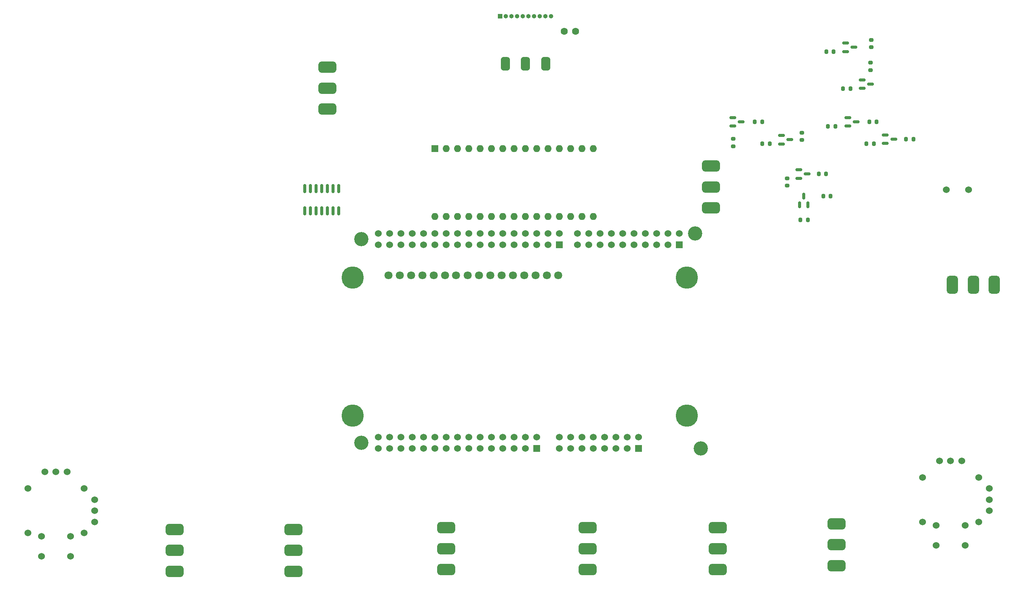
<source format=gbr>
%TF.GenerationSoftware,KiCad,Pcbnew,(7.0.0)*%
%TF.CreationDate,2023-04-25T18:42:43+01:00*%
%TF.ProjectId,controller,636f6e74-726f-46c6-9c65-722e6b696361,V1.2*%
%TF.SameCoordinates,Original*%
%TF.FileFunction,Soldermask,Bot*%
%TF.FilePolarity,Negative*%
%FSLAX46Y46*%
G04 Gerber Fmt 4.6, Leading zero omitted, Abs format (unit mm)*
G04 Created by KiCad (PCBNEW (7.0.0)) date 2023-04-25 18:42:43*
%MOMM*%
%LPD*%
G01*
G04 APERTURE LIST*
G04 Aperture macros list*
%AMRoundRect*
0 Rectangle with rounded corners*
0 $1 Rounding radius*
0 $2 $3 $4 $5 $6 $7 $8 $9 X,Y pos of 4 corners*
0 Add a 4 corners polygon primitive as box body*
4,1,4,$2,$3,$4,$5,$6,$7,$8,$9,$2,$3,0*
0 Add four circle primitives for the rounded corners*
1,1,$1+$1,$2,$3*
1,1,$1+$1,$4,$5*
1,1,$1+$1,$6,$7*
1,1,$1+$1,$8,$9*
0 Add four rect primitives between the rounded corners*
20,1,$1+$1,$2,$3,$4,$5,0*
20,1,$1+$1,$4,$5,$6,$7,0*
20,1,$1+$1,$6,$7,$8,$9,0*
20,1,$1+$1,$8,$9,$2,$3,0*%
G04 Aperture macros list end*
%ADD10C,1.524000*%
%ADD11RoundRect,0.625000X-1.375000X0.625000X-1.375000X-0.625000X1.375000X-0.625000X1.375000X0.625000X0*%
%ADD12RoundRect,0.500000X-0.500000X-1.000000X0.500000X-1.000000X0.500000X1.000000X-0.500000X1.000000X0*%
%ADD13RoundRect,0.625000X-0.625000X-1.375000X0.625000X-1.375000X0.625000X1.375000X-0.625000X1.375000X0*%
%ADD14R,1.000000X1.000000*%
%ADD15O,1.000000X1.000000*%
%ADD16C,5.000000*%
%ADD17C,1.800000*%
%ADD18C,1.600000*%
%ADD19RoundRect,0.200000X0.200000X0.275000X-0.200000X0.275000X-0.200000X-0.275000X0.200000X-0.275000X0*%
%ADD20RoundRect,0.150000X0.150000X-0.825000X0.150000X0.825000X-0.150000X0.825000X-0.150000X-0.825000X0*%
%ADD21RoundRect,0.200000X0.275000X-0.200000X0.275000X0.200000X-0.275000X0.200000X-0.275000X-0.200000X0*%
%ADD22RoundRect,0.150000X-0.587500X-0.150000X0.587500X-0.150000X0.587500X0.150000X-0.587500X0.150000X0*%
%ADD23RoundRect,0.200000X-0.200000X-0.275000X0.200000X-0.275000X0.200000X0.275000X-0.200000X0.275000X0*%
%ADD24C,3.200000*%
%ADD25C,1.530000*%
%ADD26R,1.530000X1.530000*%
%ADD27RoundRect,0.200000X-0.275000X0.200000X-0.275000X-0.200000X0.275000X-0.200000X0.275000X0.200000X0*%
%ADD28R,1.600000X1.600000*%
%ADD29O,1.600000X1.600000*%
%ADD30RoundRect,0.150000X0.150000X-0.587500X0.150000X0.587500X-0.150000X0.587500X-0.150000X-0.587500X0*%
G04 APERTURE END LIST*
D10*
%TO.C,BZ1*%
X242800000Y-59800000D03*
X247800000Y-59800000D03*
%TD*%
%TO.C,U7*%
X237455000Y-124410000D03*
X237455000Y-134410000D03*
X250105000Y-124410000D03*
X250105000Y-134410000D03*
X240530000Y-135160000D03*
X247030000Y-135160000D03*
X240530000Y-139660000D03*
X247030000Y-139660000D03*
X241280000Y-120680000D03*
X243780000Y-120680000D03*
X246280000Y-120680000D03*
X252510000Y-126910000D03*
X252510000Y-129410000D03*
X252510000Y-131910000D03*
%TD*%
D11*
%TO.C,SW2*%
X218220000Y-134830000D03*
X218220000Y-139530000D03*
X218220000Y-144230000D03*
%TD*%
%TO.C,LIGHTS1*%
X191550000Y-135720000D03*
X191550000Y-140420000D03*
X191550000Y-145120000D03*
%TD*%
D12*
%TO.C,PWR_SW1*%
X143870000Y-31580000D03*
X148370000Y-31580000D03*
X152870000Y-31580000D03*
%TD*%
D13*
%TO.C,BUZZER_ON/OFF1*%
X244200000Y-81200000D03*
X248900000Y-81200000D03*
X253600000Y-81200000D03*
%TD*%
D14*
%TO.C,J1*%
X142699999Y-20899999D03*
D15*
X143969999Y-20899999D03*
X145239999Y-20899999D03*
X146509999Y-20899999D03*
X147779999Y-20899999D03*
X149049999Y-20899999D03*
X150319999Y-20899999D03*
X151589999Y-20899999D03*
X152859999Y-20899999D03*
X154129999Y-20899999D03*
%TD*%
D11*
%TO.C,REV_BRAKE1*%
X130590000Y-135720000D03*
X130590000Y-140420000D03*
X130590000Y-145120000D03*
%TD*%
%TO.C,KILL_SWITCH1*%
X190000000Y-54500000D03*
X190000000Y-59200000D03*
X190000000Y-63900000D03*
%TD*%
%TO.C,AS_DEC_SW1*%
X103920000Y-32340000D03*
X103920000Y-37040000D03*
X103920000Y-41740000D03*
%TD*%
D10*
%TO.C,U6*%
X36635000Y-126910000D03*
X36635000Y-136910000D03*
X49285000Y-126910000D03*
X49285000Y-136910000D03*
X39710000Y-137660000D03*
X46210000Y-137660000D03*
X39710000Y-142160000D03*
X46210000Y-142160000D03*
X40460000Y-123180000D03*
X42960000Y-123180000D03*
X45460000Y-123180000D03*
X51690000Y-129410000D03*
X51690000Y-131910000D03*
X51690000Y-134410000D03*
%TD*%
D11*
%TO.C,SW1*%
X69630000Y-136100000D03*
X69630000Y-140800000D03*
X69630000Y-145500000D03*
%TD*%
%TO.C,MOTOR_ENGAGE1*%
X96300000Y-136100000D03*
X96300000Y-140800000D03*
X96300000Y-145500000D03*
%TD*%
%TO.C,MOTOR_MODE1*%
X162340000Y-135720000D03*
X162340000Y-140420000D03*
X162340000Y-145120000D03*
%TD*%
D16*
%TO.C,U8*%
X109600000Y-79580000D03*
X109600000Y-110580000D03*
X184600000Y-79580000D03*
X184600000Y-110580000D03*
D17*
X117600000Y-79080000D03*
X120140000Y-79080000D03*
X122680000Y-79080000D03*
X125220000Y-79080000D03*
X127760000Y-79080000D03*
X130300000Y-79080000D03*
X132740000Y-79080000D03*
X135380000Y-79080000D03*
X137920000Y-79080000D03*
X140460000Y-79080000D03*
X143000000Y-79080000D03*
X145540000Y-79080000D03*
X148080000Y-79080000D03*
X150620000Y-79080000D03*
X153160000Y-79080000D03*
X155700000Y-79080000D03*
%TD*%
D18*
%TO.C,JP19*%
X157030000Y-24300000D03*
X159570000Y-24300000D03*
%TD*%
D19*
%TO.C,R25*%
X226550000Y-49500000D03*
X224900000Y-49500000D03*
%TD*%
%TO.C,R43*%
X221300000Y-37100000D03*
X219650000Y-37100000D03*
%TD*%
D20*
%TO.C,U5*%
X106460000Y-64535000D03*
X105190000Y-64535000D03*
X103920000Y-64535000D03*
X102650000Y-64535000D03*
X101380000Y-64535000D03*
X100110000Y-64535000D03*
X98840000Y-64535000D03*
X98840000Y-59585000D03*
X100110000Y-59585000D03*
X101380000Y-59585000D03*
X102650000Y-59585000D03*
X103920000Y-59585000D03*
X105190000Y-59585000D03*
X106460000Y-59585000D03*
%TD*%
D21*
%TO.C,R39*%
X226000000Y-27850000D03*
X226000000Y-26200000D03*
%TD*%
D22*
%TO.C,Q22*%
X194925000Y-45550000D03*
X194925000Y-43650000D03*
X196800000Y-44600000D03*
%TD*%
D19*
%TO.C,R9*%
X217900000Y-45600000D03*
X216250000Y-45600000D03*
%TD*%
D23*
%TO.C,R32*%
X199850000Y-44600000D03*
X201500000Y-44600000D03*
%TD*%
D19*
%TO.C,R10*%
X203200000Y-49500000D03*
X201550000Y-49500000D03*
%TD*%
D23*
%TO.C,R40*%
X214200000Y-56300000D03*
X215850000Y-56300000D03*
%TD*%
D22*
%TO.C,Q8*%
X229150000Y-49450000D03*
X229150000Y-47550000D03*
X231025000Y-48500000D03*
%TD*%
D24*
%TO.C,U2*%
X187750000Y-117940000D03*
X111550000Y-116670000D03*
X111550000Y-70950000D03*
X186480000Y-69680000D03*
D25*
X168700000Y-115400000D03*
X166160000Y-115400000D03*
X163620000Y-115400000D03*
X161080000Y-115400000D03*
X122980000Y-117940000D03*
X120440000Y-115400000D03*
X171240000Y-117940000D03*
X168700000Y-117940000D03*
X166160000Y-117940000D03*
X172764000Y-72220000D03*
X163620000Y-117940000D03*
X161080000Y-117940000D03*
X158540000Y-117940000D03*
X156000000Y-117940000D03*
X120440000Y-72220000D03*
X125520000Y-117940000D03*
X128060000Y-117940000D03*
X162604000Y-72220000D03*
X117900000Y-72220000D03*
X145840000Y-72220000D03*
X145840000Y-117940000D03*
X148380000Y-117940000D03*
X143300000Y-115400000D03*
X140760000Y-115400000D03*
X145840000Y-115400000D03*
X158540000Y-115400000D03*
X148380000Y-115400000D03*
X156000000Y-115400000D03*
X150920000Y-115400000D03*
X135680000Y-115400000D03*
X125520000Y-72220000D03*
X125520000Y-115400000D03*
X133140000Y-115400000D03*
X138220000Y-115400000D03*
X130600000Y-115400000D03*
X130600000Y-117940000D03*
X122980000Y-115400000D03*
X117900000Y-117940000D03*
X117900000Y-115400000D03*
X120440000Y-117940000D03*
X115360000Y-115400000D03*
X115360000Y-117940000D03*
X175304000Y-69680000D03*
X128060000Y-115400000D03*
X138220000Y-69680000D03*
X171240000Y-115400000D03*
X173780000Y-115400000D03*
X182924000Y-69680000D03*
D26*
X182923999Y-72219999D03*
D25*
X180384000Y-69680000D03*
D26*
X155999999Y-72219999D03*
D25*
X177844000Y-69680000D03*
X122980000Y-72220000D03*
X172764000Y-69680000D03*
X170224000Y-69680000D03*
X133140000Y-117940000D03*
X167684000Y-69680000D03*
X175304000Y-72220000D03*
X140760000Y-72220000D03*
X115360000Y-69680000D03*
X170224000Y-72220000D03*
X130600000Y-69680000D03*
X138220000Y-72220000D03*
X148380000Y-72220000D03*
X117900000Y-69680000D03*
X180384000Y-72220000D03*
X160064000Y-72220000D03*
X167684000Y-72220000D03*
X177844000Y-72220000D03*
X165144000Y-72220000D03*
X153460000Y-72220000D03*
X140760000Y-117940000D03*
D26*
X150919999Y-117939999D03*
D25*
X143300000Y-72220000D03*
X150920000Y-72220000D03*
X135680000Y-69680000D03*
X133140000Y-72220000D03*
X138220000Y-117940000D03*
X130600000Y-72220000D03*
X133140000Y-69680000D03*
X128060000Y-72220000D03*
X165144000Y-69680000D03*
X128060000Y-69680000D03*
X162604000Y-69680000D03*
X125520000Y-69680000D03*
X148380000Y-69680000D03*
X122980000Y-69680000D03*
X153460000Y-69680000D03*
X120440000Y-69680000D03*
X145840000Y-69680000D03*
X150920000Y-69680000D03*
X156000000Y-69680000D03*
X143300000Y-117940000D03*
X160064000Y-69680000D03*
X143300000Y-69680000D03*
X140760000Y-69680000D03*
X115360000Y-72220000D03*
X135680000Y-72220000D03*
X135680000Y-117940000D03*
D26*
X173779999Y-117939999D03*
%TD*%
D27*
%TO.C,R26*%
X195000000Y-48400000D03*
X195000000Y-50050000D03*
%TD*%
D28*
%TO.C,U1*%
X128049999Y-50629999D03*
D29*
X130589999Y-50629999D03*
X133129999Y-50629999D03*
X135669999Y-50629999D03*
X138209999Y-50629999D03*
X140749999Y-50629999D03*
X143289999Y-50629999D03*
X145829999Y-50629999D03*
X148369999Y-50629999D03*
X150909999Y-50629999D03*
X153449999Y-50629999D03*
X155989999Y-50629999D03*
X158529999Y-50629999D03*
X161069999Y-50629999D03*
X163609999Y-50629999D03*
X163609999Y-65869999D03*
X161069999Y-65869999D03*
X158529999Y-65869999D03*
X155989999Y-65869999D03*
X153449999Y-65869999D03*
X150909999Y-65869999D03*
X148369999Y-65869999D03*
X145829999Y-65869999D03*
X143289999Y-65869999D03*
X140749999Y-65869999D03*
X138209999Y-65869999D03*
X135669999Y-65869999D03*
X133129999Y-65869999D03*
X130589999Y-65869999D03*
X128049999Y-65869999D03*
%TD*%
D19*
%TO.C,R35*%
X217525000Y-28800000D03*
X215875000Y-28800000D03*
%TD*%
D22*
%TO.C,Q13*%
X209725000Y-57250000D03*
X209725000Y-55350000D03*
X211600000Y-56300000D03*
%TD*%
D30*
%TO.C,Q14*%
X211750000Y-63175000D03*
X209850000Y-63175000D03*
X210800000Y-61300000D03*
%TD*%
D22*
%TO.C,Q17*%
X220225000Y-28800000D03*
X220225000Y-26900000D03*
X222100000Y-27850000D03*
%TD*%
%TO.C,Q21*%
X223925000Y-37050000D03*
X223925000Y-35150000D03*
X225800000Y-36100000D03*
%TD*%
D21*
%TO.C,R16*%
X210400000Y-48650000D03*
X210400000Y-47000000D03*
%TD*%
D23*
%TO.C,R31*%
X233775000Y-48500000D03*
X235425000Y-48500000D03*
%TD*%
%TO.C,R48*%
X215200000Y-61300000D03*
X216850000Y-61300000D03*
%TD*%
D22*
%TO.C,Q18*%
X205825000Y-49550000D03*
X205825000Y-47650000D03*
X207700000Y-48600000D03*
%TD*%
D21*
%TO.C,R47*%
X225800000Y-32950000D03*
X225800000Y-31300000D03*
%TD*%
D27*
%TO.C,R36*%
X207100000Y-57275000D03*
X207100000Y-58925000D03*
%TD*%
D23*
%TO.C,R15*%
X225550000Y-44600000D03*
X227200000Y-44600000D03*
%TD*%
D19*
%TO.C,R44*%
X211750000Y-66600000D03*
X210100000Y-66600000D03*
%TD*%
D22*
%TO.C,Q7*%
X220725000Y-45550000D03*
X220725000Y-43650000D03*
X222600000Y-44600000D03*
%TD*%
M02*

</source>
